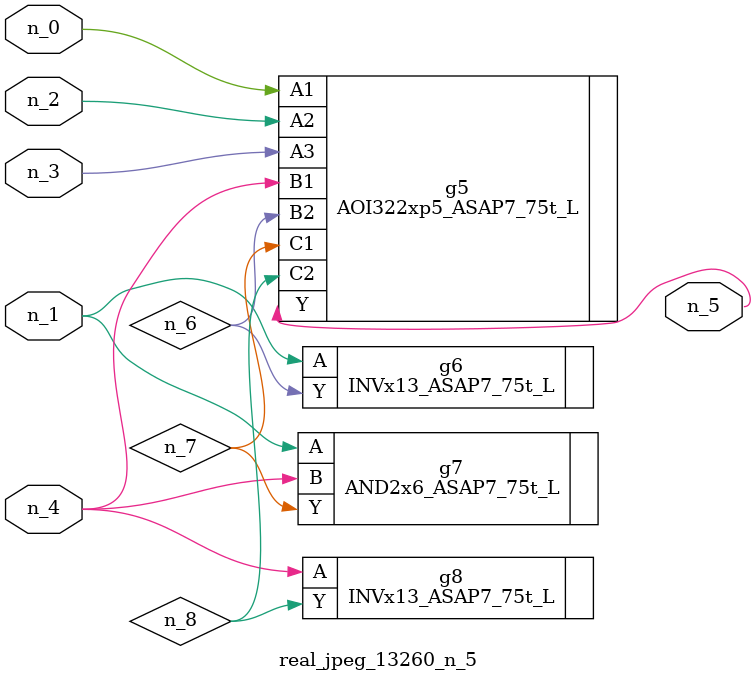
<source format=v>
module real_jpeg_13260_n_5 (n_4, n_0, n_1, n_2, n_3, n_5);

input n_4;
input n_0;
input n_1;
input n_2;
input n_3;

output n_5;

wire n_8;
wire n_6;
wire n_7;

AOI322xp5_ASAP7_75t_L g5 ( 
.A1(n_0),
.A2(n_2),
.A3(n_3),
.B1(n_4),
.B2(n_6),
.C1(n_7),
.C2(n_8),
.Y(n_5)
);

INVx13_ASAP7_75t_L g6 ( 
.A(n_1),
.Y(n_6)
);

AND2x6_ASAP7_75t_L g7 ( 
.A(n_1),
.B(n_4),
.Y(n_7)
);

INVx13_ASAP7_75t_L g8 ( 
.A(n_4),
.Y(n_8)
);


endmodule
</source>
